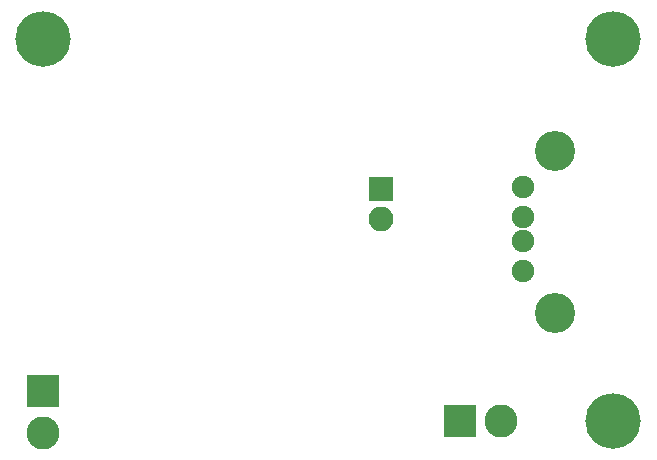
<source format=gbs>
G04 #@! TF.GenerationSoftware,KiCad,Pcbnew,(5.1.0)-1*
G04 #@! TF.CreationDate,2019-08-10T18:49:58-05:00*
G04 #@! TF.ProjectId,TS2596_24V_to_5V_3A_reg,54533235-3936-45f3-9234-565f746f5f35,V0*
G04 #@! TF.SameCoordinates,Original*
G04 #@! TF.FileFunction,Soldermask,Bot*
G04 #@! TF.FilePolarity,Negative*
%FSLAX46Y46*%
G04 Gerber Fmt 4.6, Leading zero omitted, Abs format (unit mm)*
G04 Created by KiCad (PCBNEW (5.1.0)-1) date 2019-08-10 18:49:58*
%MOMM*%
%LPD*%
G04 APERTURE LIST*
%ADD10C,4.700000*%
%ADD11C,1.900000*%
%ADD12C,3.400000*%
%ADD13R,2.100000X2.100000*%
%ADD14O,2.100000X2.100000*%
%ADD15C,2.800000*%
%ADD16R,2.800000X2.800000*%
G04 APERTURE END LIST*
D10*
X201295000Y-67945000D03*
X201295000Y-100330000D03*
X153035000Y-67945000D03*
D11*
X193675000Y-80520000D03*
X193675000Y-83060000D03*
X193675000Y-85090000D03*
X193675000Y-87630000D03*
D12*
X196345000Y-77470000D03*
X196345000Y-91190000D03*
D13*
X181610000Y-80645000D03*
D14*
X181610000Y-83185000D03*
D15*
X153035000Y-101290000D03*
D16*
X153035000Y-97790000D03*
D15*
X191770000Y-100330000D03*
D16*
X188270000Y-100330000D03*
M02*

</source>
